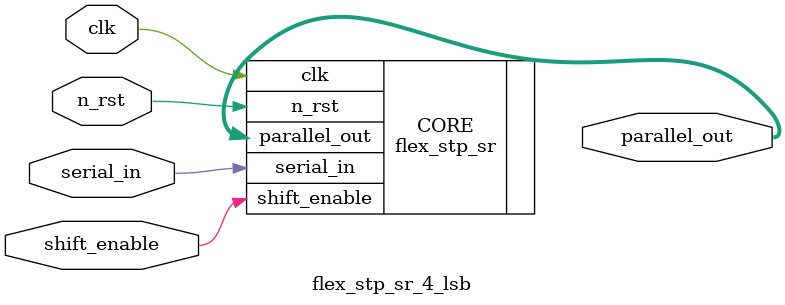
<source format=sv>

module flex_stp_sr_4_lsb
(
	input wire clk,
	input wire n_rst,
	input wire serial_in,
	input wire shift_enable,
	output wire [3:0] parallel_out 
);

	flex_stp_sr 
	#(
		.NUM_BITS(4),
		.SHIFT_MSB(0)
	)
	CORE
	(
		.clk(clk),
		.n_rst(n_rst),
		.serial_in(serial_in),
		.shift_enable(shift_enable),
		.parallel_out(parallel_out)
	);

endmodule

</source>
